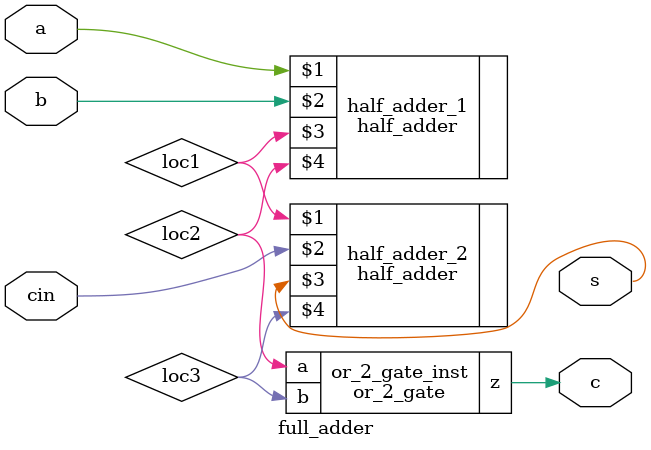
<source format=sv>
`include "../../half_adder/dataflow/half_adder.sv"

module or_2_gate(a,b,z);
	input wire a,b;
	output z;
	
	assign z = a || b;
	
endmodule

module full_adder(a,b,cin,s,c);
	input wire a,b,cin;
	output s,c;

	wire loc1,loc2,loc3;

	half_adder half_adder_1(a,b,loc1,loc2);
	half_adder half_adder_2(loc1,cin,s,loc3);
	or_2_gate or_2_gate_inst(loc2,loc3,c);	
endmodule

</source>
